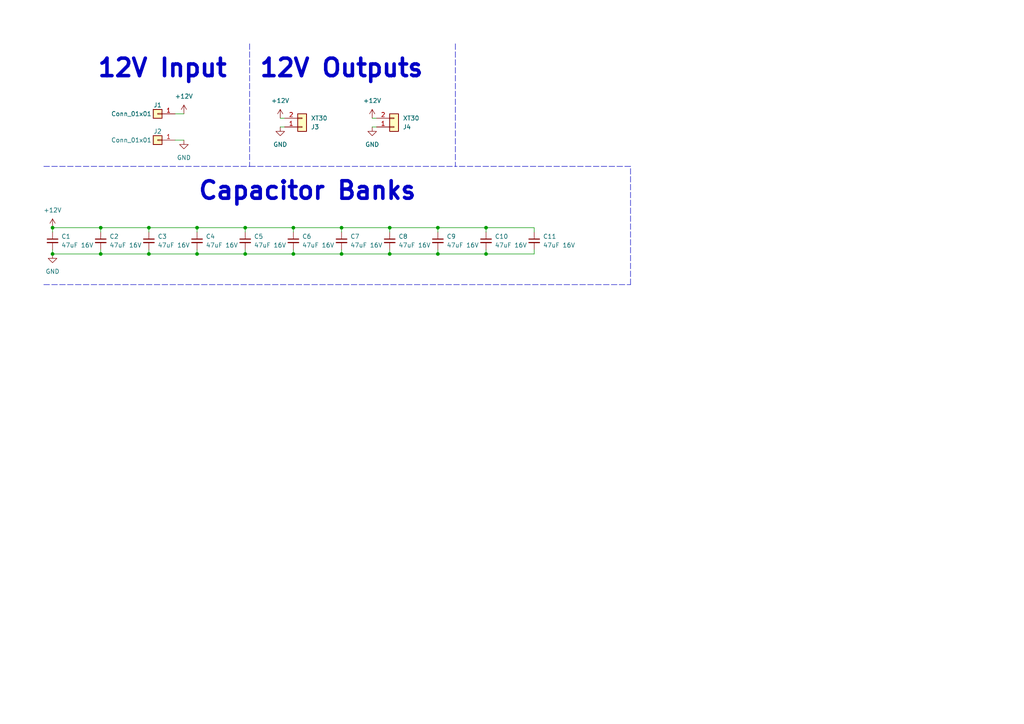
<source format=kicad_sch>
(kicad_sch (version 20211123) (generator eeschema)
  (paper "A4")
  (lib_symbols
    (symbol "Connector_Generic:Conn_01x01" (pin_names (offset 1.016) hide)
      (property "Reference" "J" (at 0 2.54 0))
      (property "Value" "Conn_01x01" (at 0 -2.54 0))
      (symbol "Conn_01x01_1_1"
        (rectangle (start -1.27 0.127) (end 0 -0.127) (stroke (width 0.1524)))
        (rectangle (start -1.27 1.27) (end 1.27 -1.27) (stroke (width 0.254)) (fill (type background)))
        (pin passive line (at -5.08 0 0) (length 3.81) (name "Pin_1") (number "1"))
      )
    )
    (symbol "Connector_Generic:Conn_01x02" (pin_names (offset 1.016) hide)
      (property "Reference" "J" (at 0 2.54 0))
      (property "Value" "Conn_01x02" (at 0 -5.08 0))
      (symbol "Conn_01x02_1_1"
        (rectangle (start -1.27 -2.413) (end 0 -2.667) (stroke (width 0.1524)))
        (rectangle (start -1.27 0.127) (end 0 -0.127) (stroke (width 0.1524)))
        (rectangle (start -1.27 1.27) (end 1.27 -3.81) (stroke (width 0.254)) (fill (type background)))
        (pin passive line (at -5.08 0 0) (length 3.81) (name "Pin_1") (number "1"))
        (pin passive line (at -5.08 -2.54 0) (length 3.81) (name "Pin_2") (number "2"))
      )
    )
    (symbol "Device:C_Small" (pin_numbers hide) (pin_names (offset 0.254) hide)
      (property "Reference" "C" (at 0.254 1.778 0))
      (property "Value" "C_Small" (at 0.254 -2.032 0))
      (symbol "C_Small_0_1"
        (polyline (pts (xy -1.524 -0.508) (xy 1.524 -0.508)) (stroke (width 0.3302)))
        (polyline (pts (xy -1.524 0.508) (xy 1.524 0.508)) (stroke (width 0.3048)))
      )
      (symbol "C_Small_1_1"
        (pin passive line (at 0 2.54 270) (length 2.032) (name "~") (number "1"))
        (pin passive line (at 0 -2.54 90) (length 2.032) (name "~") (number "2"))
      )
    )
    (symbol "power:+12V" (power) (pin_names (offset 0))
      (property "Value" "+12V" (at 0 3.556 0))
      (symbol "+12V_0_1"
        (polyline (pts (xy -0.762 1.27) (xy 0 2.54)))
        (polyline (pts (xy 0 0) (xy 0 2.54)))
        (polyline (pts (xy 0 2.54) (xy 0.762 1.27)))
      )
      (symbol "+12V_1_1"
        (pin power_in line (at 0 0 90) (length 0) hide (name "+12V") (number "1"))
      )
    )
    (symbol "power:GND" (power) (pin_names (offset 0))
      (property "Value" "GND" (at 0 -3.81 0))
      (symbol "GND_0_1"
        (polyline (pts (xy 0 0) (xy 0 -1.27) (xy 1.27 -1.27) (xy 0 -2.54) (xy -1.27 -1.27) (xy 0 -1.27)))
      )
      (symbol "GND_1_1"
        (pin power_in line (at 0 0 270) (length 0) hide (name "GND") (number "1"))
      )
    )
  )
  (junction (at 57.15 73.66))
  (junction (at 15.24 73.66))
  (junction (at 140.97 66.04))
  (junction (at 140.97 73.66))
  (junction (at 15.24 66.04))
  (junction (at 29.21 73.66))
  (junction (at 57.15 66.04))
  (junction (at 113.03 66.04))
  (junction (at 113.03 73.66))
  (junction (at 85.09 73.66))
  (junction (at 99.06 73.66))
  (junction (at 43.18 66.04))
  (junction (at 43.18 73.66))
  (junction (at 127 73.66))
  (junction (at 29.21 66.04))
  (junction (at 127 66.04))
  (junction (at 71.12 73.66))
  (junction (at 85.09 66.04))
  (junction (at 71.12 66.04))
  (junction (at 99.06 66.04))
  (wire (pts (xy 57.15 66.04) (xy 57.15 67.31)))
  (polyline (pts (xy 72.39 48.26) (xy 132.08 48.26)))
  (wire (pts (xy 29.21 66.04) (xy 29.21 67.31)))
  (wire (pts (xy 127 66.04) (xy 140.97 66.04)))
  (wire (pts (xy 85.09 72.39) (xy 85.09 73.66)))
  (wire (pts (xy 57.15 66.04) (xy 71.12 66.04)))
  (wire (pts (xy 43.18 72.39) (xy 43.18 73.66)))
  (wire (pts (xy 113.03 66.04) (xy 127 66.04)))
  (wire (pts (xy 85.09 73.66) (xy 99.06 73.66)))
  (wire (pts (xy 57.15 72.39) (xy 57.15 73.66)))
  (wire (pts (xy 15.24 72.39) (xy 15.24 73.66)))
  (polyline (pts (xy 132.08 12.7) (xy 132.08 48.26)))
  (wire (pts (xy 15.24 73.66) (xy 29.21 73.66)))
  (wire (pts (xy 29.21 66.04) (xy 43.18 66.04)))
  (wire (pts (xy 127 66.04) (xy 127 67.31)))
  (wire (pts (xy 140.97 73.66) (xy 154.94 73.66)))
  (wire (pts (xy 15.24 66.04) (xy 29.21 66.04)))
  (wire (pts (xy 99.06 72.39) (xy 99.06 73.66)))
  (polyline (pts (xy 12.7 82.55) (xy 182.88 82.55)))
  (wire (pts (xy 43.18 66.04) (xy 57.15 66.04)))
  (wire (pts (xy 127 72.39) (xy 127 73.66)))
  (wire (pts (xy 140.97 66.04) (xy 154.94 66.04)))
  (wire (pts (xy 71.12 66.04) (xy 71.12 67.31)))
  (wire (pts (xy 113.03 66.04) (xy 113.03 67.31)))
  (wire (pts (xy 81.28 36.83) (xy 82.55 36.83)))
  (wire (pts (xy 107.95 34.29) (xy 109.22 34.29)))
  (wire (pts (xy 140.97 72.39) (xy 140.97 73.66)))
  (wire (pts (xy 29.21 73.66) (xy 43.18 73.66)))
  (wire (pts (xy 107.95 36.83) (xy 109.22 36.83)))
  (wire (pts (xy 57.15 73.66) (xy 71.12 73.66)))
  (wire (pts (xy 43.18 73.66) (xy 57.15 73.66)))
  (wire (pts (xy 154.94 66.04) (xy 154.94 67.31)))
  (wire (pts (xy 29.21 72.39) (xy 29.21 73.66)))
  (wire (pts (xy 127 73.66) (xy 140.97 73.66)))
  (polyline (pts (xy 12.7 48.26) (xy 72.39 48.26)))
  (wire (pts (xy 43.18 66.04) (xy 43.18 67.31)))
  (polyline (pts (xy 72.39 12.7) (xy 72.39 48.26)))
  (wire (pts (xy 99.06 66.04) (xy 113.03 66.04)))
  (wire (pts (xy 50.8 40.64) (xy 53.34 40.64)))
  (wire (pts (xy 99.06 66.04) (xy 99.06 67.31)))
  (wire (pts (xy 99.06 73.66) (xy 113.03 73.66)))
  (wire (pts (xy 85.09 66.04) (xy 85.09 67.31)))
  (wire (pts (xy 81.28 34.29) (xy 82.55 34.29)))
  (polyline (pts (xy 182.88 82.55) (xy 182.88 48.26)))
  (wire (pts (xy 50.8 33.02) (xy 53.34 33.02)))
  (wire (pts (xy 71.12 73.66) (xy 85.09 73.66)))
  (wire (pts (xy 113.03 73.66) (xy 127 73.66)))
  (wire (pts (xy 85.09 66.04) (xy 99.06 66.04)))
  (wire (pts (xy 71.12 66.04) (xy 85.09 66.04)))
  (polyline (pts (xy 182.88 48.26) (xy 132.08 48.26)))
  (wire (pts (xy 140.97 66.04) (xy 140.97 67.31)))
  (wire (pts (xy 154.94 73.66) (xy 154.94 72.39)))
  (wire (pts (xy 113.03 72.39) (xy 113.03 73.66)))
  (wire (pts (xy 15.24 66.04) (xy 15.24 67.31)))
  (wire (pts (xy 71.12 72.39) (xy 71.12 73.66)))
  (text "12V Outputs" (at 74.93 22.86 0) (effects (font (size 5.08 5.08) (thickness 1.016) bold) (justify left bottom)))
  (text "12V Input" (at 27.94 22.86 0) (effects (font (size 5.08 5.08) (thickness 1.016) bold) (justify left bottom)))
  (text "Capacitor Banks" (at 57.15 58.42 0) (effects (font (size 5.08 5.08) (thickness 1.016) bold) (justify left bottom)))
  (symbol (lib_id "Connector_Generic:Conn_01x02") (at 114.3 36.83 0) (mirror x) (unit 1)
    (property "Reference" "J4" (at 116.84 36.8301 0) (effects (justify left)))
    (property "Value" "XT30" (at 116.84 34.2901 0) (effects (justify left)))
    (property "Footprint" "Connector_AMASS:AMASS_XT30U-F_1x02_P5.0mm_Vertical" (effects hide))
  )
  (symbol (lib_id "power:GND") (at 81.28 36.83 0) (unit 1)
    (property "Reference" "#PWR06" (effects hide))
    (property "Value" "GND" (at 81.28 41.91 0))
  )
  (symbol (lib_id "power:+12V") (at 81.28 34.29 0) (unit 1)
    (property "Reference" "#PWR05" (effects hide))
    (property "Value" "+12V" (at 81.28 29.21 0))
  )
  (symbol (lib_id "Connector_Generic:Conn_01x02") (at 87.63 36.83 0) (mirror x) (unit 1)
    (property "Reference" "J3" (at 90.17 36.8301 0) (effects (justify left)))
    (property "Value" "XT30" (at 90.17 34.2901 0) (effects (justify left)))
    (property "Footprint" "Connector_AMASS:AMASS_XT30U-F_1x02_P5.0mm_Vertical" (effects hide))
  )
  (symbol (lib_id "Device:C_Small") (at 43.18 69.85 0) (unit 1)
    (property "Reference" "C3" (at 45.72 68.5862 0) (effects (justify left)))
    (property "Value" "47uF 16V" (at 45.72 71.1262 0) (effects (justify left)))
    (property "Footprint" "Capacitor_SMD:C_1210_3225Metric" (effects hide))
  )
  (symbol (lib_id "power:GND") (at 53.34 40.64 0) (unit 1)
    (property "Reference" "#PWR02" (effects hide))
    (property "Value" "GND" (at 53.34 45.72 0))
  )
  (symbol (lib_id "power:GND") (at 15.24 73.66 0) (unit 1)
    (property "Reference" "#PWR04" (effects hide))
    (property "Value" "GND" (at 15.24 78.74 0))
  )
  (symbol (lib_id "power:+12V") (at 107.95 34.29 0) (unit 1)
    (property "Reference" "#PWR07" (effects hide))
    (property "Value" "+12V" (at 107.95 29.21 0))
  )
  (symbol (lib_id "Device:C_Small") (at 154.94 69.85 0) (unit 1)
    (property "Reference" "C11" (at 157.48 68.5862 0) (effects (justify left)))
    (property "Value" "47uF 16V" (at 157.48 71.1262 0) (effects (justify left)))
    (property "Footprint" "Capacitor_SMD:C_1210_3225Metric" (effects hide))
  )
  (symbol (lib_id "Device:C_Small") (at 71.12 69.85 0) (unit 1)
    (property "Reference" "C5" (at 73.66 68.5862 0) (effects (justify left)))
    (property "Value" "47uF 16V" (at 73.66 71.1262 0) (effects (justify left)))
    (property "Footprint" "Capacitor_SMD:C_1210_3225Metric" (effects hide))
  )
  (symbol (lib_id "Device:C_Small") (at 29.21 69.85 0) (unit 1)
    (property "Reference" "C2" (at 31.75 68.5862 0) (effects (justify left)))
    (property "Value" "47uF 16V" (at 31.75 71.1262 0) (effects (justify left)))
    (property "Footprint" "Capacitor_SMD:C_1210_3225Metric" (effects hide))
  )
  (symbol (lib_id "power:GND") (at 107.95 36.83 0) (unit 1)
    (property "Reference" "#PWR08" (effects hide))
    (property "Value" "GND" (at 107.95 41.91 0))
  )
  (symbol (lib_id "Device:C_Small") (at 99.06 69.85 0) (unit 1)
    (property "Reference" "C7" (at 101.6 68.5862 0) (effects (justify left)))
    (property "Value" "47uF 16V" (at 101.6 71.1262 0) (effects (justify left)))
    (property "Footprint" "Capacitor_SMD:C_1210_3225Metric" (effects hide))
  )
  (symbol (lib_id "Device:C_Small") (at 113.03 69.85 0) (unit 1)
    (property "Reference" "C8" (at 115.57 68.5862 0) (effects (justify left)))
    (property "Value" "47uF 16V" (at 115.57 71.1262 0) (effects (justify left)))
    (property "Footprint" "Capacitor_SMD:C_1210_3225Metric" (effects hide))
  )
  (symbol (lib_id "power:+12V") (at 53.34 33.02 0) (unit 1)
    (property "Reference" "#PWR01" (effects hide))
    (property "Value" "+12V" (at 53.34 27.94 0))
  )
  (symbol (lib_id "Connector_Generic:Conn_01x01") (at 45.72 40.64 180) (unit 1)
    (property "Reference" "J2" (at 45.72 38.1 0))
    (property "Value" "Conn_01x01" (at 38.1 40.64 0))
    (property "Footprint" "ScrewHole:M3.5" (effects hide))
  )
  (symbol (lib_id "Device:C_Small") (at 127 69.85 0) (unit 1)
    (property "Reference" "C9" (at 129.54 68.5862 0) (effects (justify left)))
    (property "Value" "47uF 16V" (at 129.54 71.1262 0) (effects (justify left)))
    (property "Footprint" "Capacitor_SMD:C_1210_3225Metric" (effects hide))
  )
  (symbol (lib_id "Device:C_Small") (at 15.24 69.85 0) (unit 1)
    (property "Reference" "C1" (at 17.78 68.5862 0) (effects (justify left)))
    (property "Value" "47uF 16V" (at 17.78 71.1262 0) (effects (justify left)))
    (property "Footprint" "Capacitor_SMD:C_1210_3225Metric" (effects hide))
  )
  (symbol (lib_id "Device:C_Small") (at 140.97 69.85 0) (unit 1)
    (property "Reference" "C10" (at 143.51 68.5862 0) (effects (justify left)))
    (property "Value" "47uF 16V" (at 143.51 71.1262 0) (effects (justify left)))
    (property "Footprint" "Capacitor_SMD:C_1210_3225Metric" (effects hide))
  )
  (symbol (lib_id "Device:C_Small") (at 85.09 69.85 0) (unit 1)
    (property "Reference" "C6" (at 87.63 68.5862 0) (effects (justify left)))
    (property "Value" "47uF 16V" (at 87.63 71.1262 0) (effects (justify left)))
    (property "Footprint" "Capacitor_SMD:C_1210_3225Metric" (effects hide))
  )
  (symbol (lib_id "Device:C_Small") (at 57.15 69.85 0) (unit 1)
    (property "Reference" "C4" (at 59.69 68.5862 0) (effects (justify left)))
    (property "Value" "47uF 16V" (at 59.69 71.1262 0) (effects (justify left)))
    (property "Footprint" "Capacitor_SMD:C_1210_3225Metric" (effects hide))
  )
  (symbol (lib_id "power:+12V") (at 15.24 66.04 0) (unit 1)
    (property "Reference" "#PWR03" (effects hide))
    (property "Value" "+12V" (at 15.24 60.96 0))
  )
  (symbol (lib_id "Connector_Generic:Conn_01x01") (at 45.72 33.02 180) (unit 1)
    (property "Reference" "J1" (at 45.72 30.48 0))
    (property "Value" "Conn_01x01" (at 38.1 33.02 0))
    (property "Footprint" "ScrewHole:M3.5" (effects hide))
  )
)
</source>
